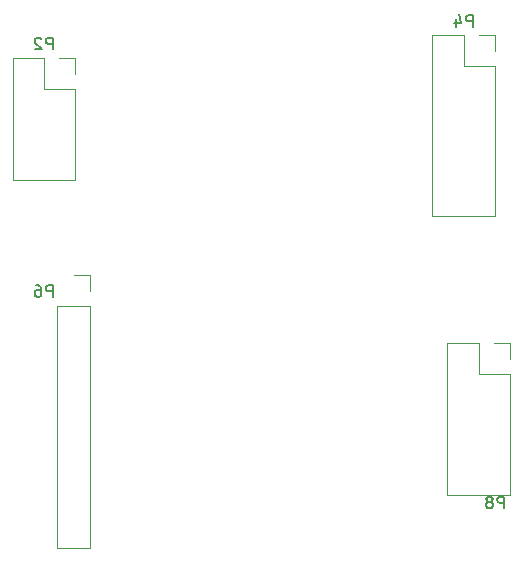
<source format=gbr>
G04 #@! TF.FileFunction,Legend,Bot*
%FSLAX46Y46*%
G04 Gerber Fmt 4.6, Leading zero omitted, Abs format (unit mm)*
G04 Created by KiCad (PCBNEW 4.0.7) date 09/07/18 14:24:09*
%MOMM*%
%LPD*%
G01*
G04 APERTURE LIST*
%ADD10C,0.100000*%
%ADD11C,0.120000*%
%ADD12C,0.150000*%
G04 APERTURE END LIST*
D10*
D11*
X171577000Y-81407000D02*
X171577000Y-83820000D01*
X171577000Y-83820000D02*
X166243000Y-83820000D01*
X166243000Y-83820000D02*
X166243000Y-81407000D01*
X171570000Y-71120000D02*
X171570000Y-81400000D01*
X166250000Y-81400000D02*
X166250000Y-68460000D01*
X166250000Y-68460000D02*
X168910000Y-68460000D01*
X168910000Y-68460000D02*
X168910000Y-71120000D01*
X168910000Y-71120000D02*
X171570000Y-71120000D01*
X171570000Y-69850000D02*
X171570000Y-68460000D01*
X171570000Y-68460000D02*
X170180000Y-68460000D01*
X135950000Y-73025000D02*
X135950000Y-80705000D01*
X135950000Y-80705000D02*
X130750000Y-80705000D01*
X130750000Y-80705000D02*
X130750000Y-70425000D01*
X130750000Y-70425000D02*
X133350000Y-70425000D01*
X133350000Y-70425000D02*
X133350000Y-73025000D01*
X133350000Y-73025000D02*
X135950000Y-73025000D01*
X135950000Y-71755000D02*
X135950000Y-70425000D01*
X135950000Y-70425000D02*
X134620000Y-70425000D01*
X137280000Y-91440000D02*
X137280000Y-111880000D01*
X137280000Y-111880000D02*
X134500000Y-111880000D01*
X134500000Y-111880000D02*
X134500000Y-91440000D01*
X134500000Y-91440000D02*
X137280000Y-91440000D01*
X137280000Y-90170000D02*
X137280000Y-88780000D01*
X137280000Y-88780000D02*
X135890000Y-88780000D01*
X172840000Y-97155000D02*
X172840000Y-107435000D01*
X172840000Y-107435000D02*
X167520000Y-107435000D01*
X167520000Y-107435000D02*
X167520000Y-94495000D01*
X167520000Y-94495000D02*
X170180000Y-94495000D01*
X170180000Y-94495000D02*
X170180000Y-97155000D01*
X170180000Y-97155000D02*
X172840000Y-97155000D01*
X172840000Y-95885000D02*
X172840000Y-94495000D01*
X172840000Y-94495000D02*
X171450000Y-94495000D01*
D12*
X169648095Y-67762381D02*
X169648095Y-66762381D01*
X169267142Y-66762381D01*
X169171904Y-66810000D01*
X169124285Y-66857619D01*
X169076666Y-66952857D01*
X169076666Y-67095714D01*
X169124285Y-67190952D01*
X169171904Y-67238571D01*
X169267142Y-67286190D01*
X169648095Y-67286190D01*
X168219523Y-67095714D02*
X168219523Y-67762381D01*
X168457619Y-66714762D02*
X168695714Y-67429048D01*
X168076666Y-67429048D01*
X134088095Y-69667381D02*
X134088095Y-68667381D01*
X133707142Y-68667381D01*
X133611904Y-68715000D01*
X133564285Y-68762619D01*
X133516666Y-68857857D01*
X133516666Y-69000714D01*
X133564285Y-69095952D01*
X133611904Y-69143571D01*
X133707142Y-69191190D01*
X134088095Y-69191190D01*
X133135714Y-68762619D02*
X133088095Y-68715000D01*
X132992857Y-68667381D01*
X132754761Y-68667381D01*
X132659523Y-68715000D01*
X132611904Y-68762619D01*
X132564285Y-68857857D01*
X132564285Y-68953095D01*
X132611904Y-69095952D01*
X133183333Y-69667381D01*
X132564285Y-69667381D01*
X134088095Y-90622381D02*
X134088095Y-89622381D01*
X133707142Y-89622381D01*
X133611904Y-89670000D01*
X133564285Y-89717619D01*
X133516666Y-89812857D01*
X133516666Y-89955714D01*
X133564285Y-90050952D01*
X133611904Y-90098571D01*
X133707142Y-90146190D01*
X134088095Y-90146190D01*
X132659523Y-89622381D02*
X132850000Y-89622381D01*
X132945238Y-89670000D01*
X132992857Y-89717619D01*
X133088095Y-89860476D01*
X133135714Y-90050952D01*
X133135714Y-90431905D01*
X133088095Y-90527143D01*
X133040476Y-90574762D01*
X132945238Y-90622381D01*
X132754761Y-90622381D01*
X132659523Y-90574762D01*
X132611904Y-90527143D01*
X132564285Y-90431905D01*
X132564285Y-90193810D01*
X132611904Y-90098571D01*
X132659523Y-90050952D01*
X132754761Y-90003333D01*
X132945238Y-90003333D01*
X133040476Y-90050952D01*
X133088095Y-90098571D01*
X133135714Y-90193810D01*
X172315095Y-108529381D02*
X172315095Y-107529381D01*
X171934142Y-107529381D01*
X171838904Y-107577000D01*
X171791285Y-107624619D01*
X171743666Y-107719857D01*
X171743666Y-107862714D01*
X171791285Y-107957952D01*
X171838904Y-108005571D01*
X171934142Y-108053190D01*
X172315095Y-108053190D01*
X171172238Y-107957952D02*
X171267476Y-107910333D01*
X171315095Y-107862714D01*
X171362714Y-107767476D01*
X171362714Y-107719857D01*
X171315095Y-107624619D01*
X171267476Y-107577000D01*
X171172238Y-107529381D01*
X170981761Y-107529381D01*
X170886523Y-107577000D01*
X170838904Y-107624619D01*
X170791285Y-107719857D01*
X170791285Y-107767476D01*
X170838904Y-107862714D01*
X170886523Y-107910333D01*
X170981761Y-107957952D01*
X171172238Y-107957952D01*
X171267476Y-108005571D01*
X171315095Y-108053190D01*
X171362714Y-108148429D01*
X171362714Y-108338905D01*
X171315095Y-108434143D01*
X171267476Y-108481762D01*
X171172238Y-108529381D01*
X170981761Y-108529381D01*
X170886523Y-108481762D01*
X170838904Y-108434143D01*
X170791285Y-108338905D01*
X170791285Y-108148429D01*
X170838904Y-108053190D01*
X170886523Y-108005571D01*
X170981761Y-107957952D01*
M02*

</source>
